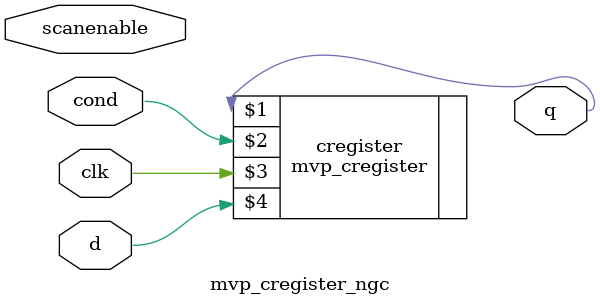
<source format=v>



// Comments for verilint
//verilint 240 off  // Unused input:  (scanenable)

`include "m14k_const.vh"
module mvp_cregister_ngc (
	q,
	scanenable,
	cond, 
	clk,
	d
);
// synopsys template
parameter WIDTH = 1;

output [WIDTH-1:0] q;

input  clk;
input  cond;
input  scanenable;
input  [WIDTH-1:0] d;

	mvp_cregister #(WIDTH) cregister(q, cond, clk, d);

//verilint 240 on  // Unused input:  (scanenable)
endmodule

</source>
